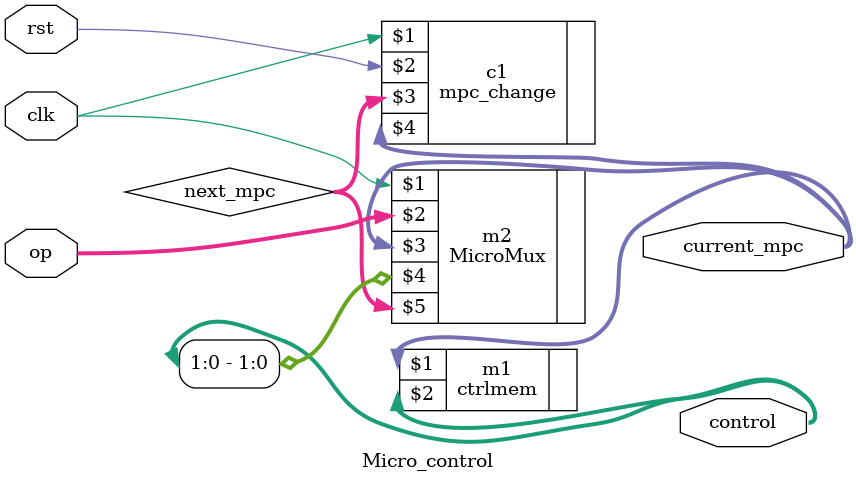
<source format=v>
`timescale 1ns / 1ps
module Micro_control(
                     input wire clk,
							input wire rst,
							input wire[5:0] op,
							output wire[17:0] control,
							output wire[3:0] current_mpc
    );
	 
wire[3:0] next_mpc;

ctrlmem m1(current_mpc,control);

mpc_change c1(clk,rst,next_mpc,current_mpc);

MicroMux m2(clk,op,current_mpc,control[1:0],next_mpc);


endmodule
</source>
